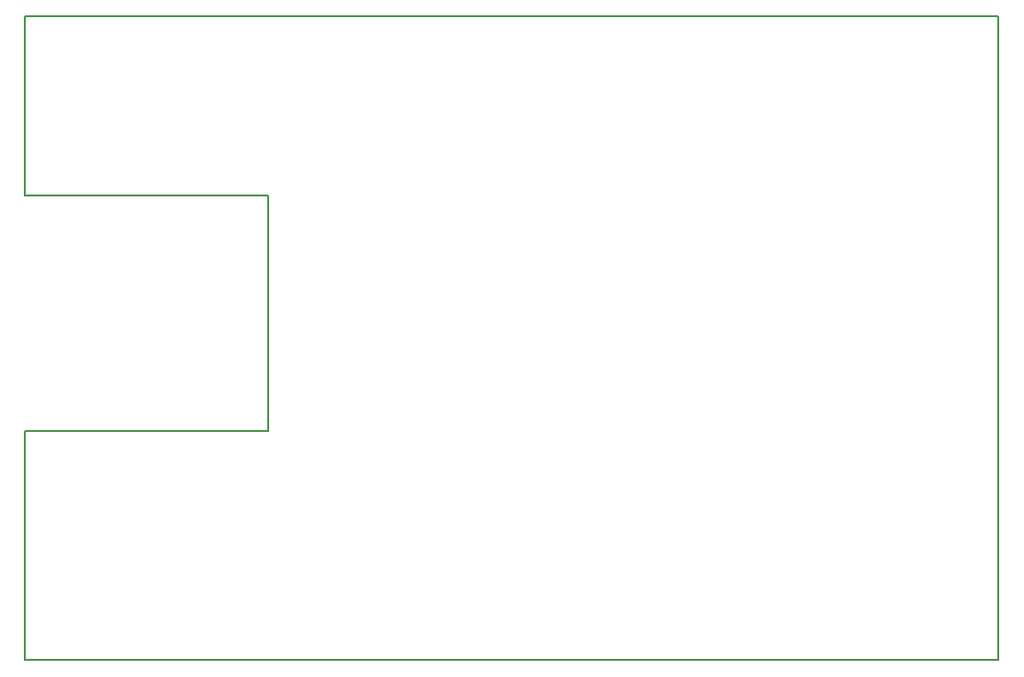
<source format=gbr>
G04 DipTrace 3.3.1.3*
G04 BoardOutline.gbr*
%MOMM*%
G04 #@! TF.FileFunction,Profile*
G04 #@! TF.Part,Single*
%ADD11C,0.14*%
%FSLAX35Y35*%
G04*
G71*
G90*
G75*
G01*
G04 BoardOutline*
%LPD*%
X1000000Y6715000D2*
D11*
Y5127500D1*
X3159000D1*
Y3032000D1*
X1000000D1*
Y1000000D1*
X9636000D1*
Y6715000D1*
X1000000D1*
M02*

</source>
